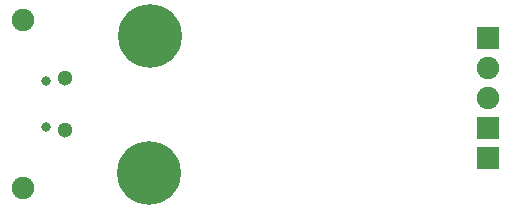
<source format=gbs>
%FSLAX45Y45*%
G04 Gerber Fmt 4.5, Leading zero omitted, Abs format (unit mm)*
G04 Created by KiCad (PCBNEW (2014-07-12 BZR 4289 GOST-COMMITTERS)-product) date 07.04.2017 13:29:06*
%MOMM*%
G01*
G04 APERTURE LIST*
%ADD10C,0.150000*%
%ADD11C,1.300000*%
%ADD12C,0.800000*%
%ADD13C,1.900000*%
%ADD14R,1.900000X1.900000*%
%ADD15C,5.400000*%
G04 APERTURE END LIST*
D10*
D11*
X9296400Y-6214400D03*
X9296400Y-5774400D03*
D12*
X9130400Y-5799400D03*
X9130400Y-6189400D03*
D13*
X8940800Y-5283200D03*
X8940800Y-6705600D03*
D14*
X12877800Y-6451600D03*
X12877800Y-6197600D03*
D13*
X12877800Y-5943600D03*
D14*
X12877800Y-5435600D03*
D13*
X12877800Y-5689600D03*
D15*
X10007600Y-6575990D03*
X10010200Y-5418040D03*
M02*

</source>
